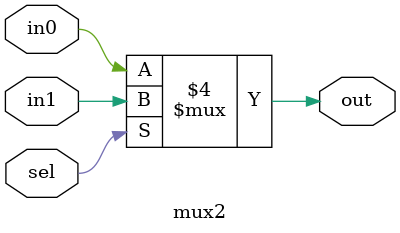
<source format=v>
`timescale 1ns / 1ps


module mux2(input in0,
            input in1,
            input sel,
            output reg out
    );
    always @(*)
    begin
        if(sel==0)
        begin
            out = in0;
        end
        else
        begin
            out = in1;
        end
        
    end
    
endmodule

</source>
